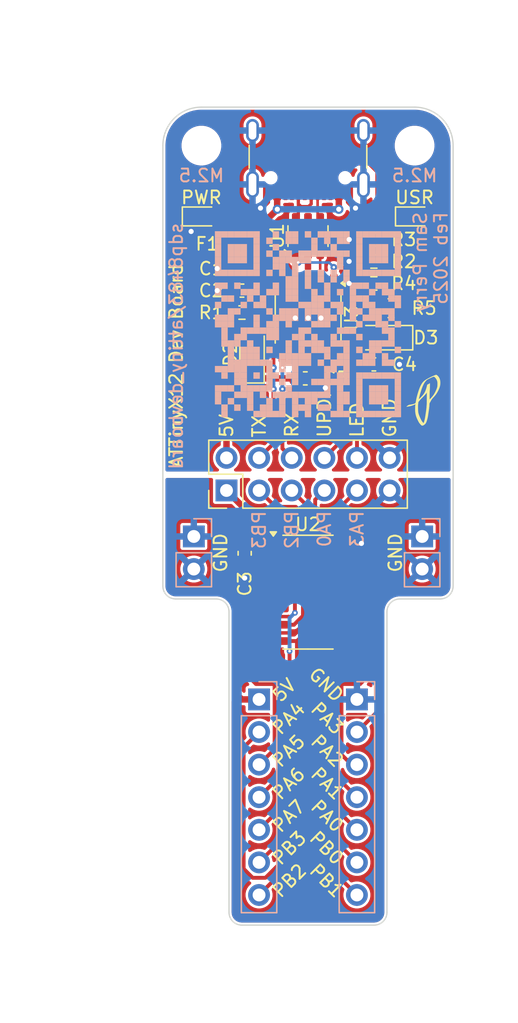
<source format=kicad_pcb>
(kicad_pcb (version 20241229) (generator "pcbnew") (generator_version "9.0")
  (title_block (title "ATtinyX14 Development Board") (date "2025-04-18") (company "Perry Leumas"))
  (layers (0 "F.Cu" signal) (2 "B.Cu" signal) (13 "F.Paste" user) (15 "B.Paste" user) (5 "F.SilkS" user "F.Silkscreen") (7 "B.SilkS" user "B.Silkscreen") (1 "F.Mask" user) (3 "B.Mask" user) (25 "Edge.Cuts" user))
  (net 0 "")
  (net 1 "VBUS")
  (net 2 "GND")
  (net 3 "+5V")
  (net 4 "Net-(U3-V3)")
  (net 5 "GND1")
  (net 6 "Net-(D3-A)")
  (net 7 "Net-(D3-K)")
  (net 8 "Net-(J1-CC1)")
  (net 10 "Net-(J1-CC2)")
  (net 12 "/PA1")
  (net 13 "/PA6")
  (net 14 "/PA7")
  (net 15 "/UPDI")
  (net 16 "/PA2")
  (net 17 "/PA3")
  (net 18 "/D-")
  (net 19 "/D+")
  (net 20 "/TX")
  (net 21 "/RX")
  (net 22 "+5VA")
  (net 23 "Net-(D1-A)")
  (net 24 "Net-(D4-K)")
  (net 25 "Net-(F1-Pad1)")
  (net 26 "/LED")
  (net 27 "/UD+")
  (net 28 "/UD-")
  (net 29 "/PA0")
  (net 30 "/PA4")
  (net 31 "/PB3")
  (net 32 "/PA5")
  (net 33 "/PB2")
  (net 34 "/PB0")
  (net 35 "/PB1")
  (footprint "LED_SMD:LED_0603_1608Metric" (layer "F.Cu") (at 71.7 35.62)
    (property "Reference" "D1" (hide yes))
    (property "Value" "LED")
    (pad "1" smd roundrect (at -0.7875 0) (size 0.875 0.95) (layers "F.Cu" "F.Mask" "F.Paste") (net 2 "GND"))
    (pad "2" smd roundrect (at 0.7875 0) (size 0.875 0.95) (layers "F.Cu" "F.Mask" "F.Paste") (net 23 "Net-(D1-A)"))
  )
  (footprint "Capacitor_SMD:C_0603_1608Metric" (layer "F.Cu") (at 74.86 41.4 180)
    (property "Reference" "C2" (at 2.38 0 0) (layer "F.SilkS"))
    (property "Value" "100nF")
    (pad "1" smd roundrect (at -0.775 0 180) (size 0.9 0.95) (layers "F.Cu" "F.Mask" "F.Paste") (net 1 "VBUS"))
    (pad "2" smd roundrect (at 0.775 0 180) (size 0.9 0.95) (layers "F.Cu" "F.Mask" "F.Paste") (net 2 "GND"))
  )
  (footprint "Resistor_SMD:R_0603_1608Metric" (layer "F.Cu") (at 85.13 40.84 180)
    (property "Reference" "R4" (at -2.33 0 0) (layer "F.SilkS"))
    (property "Value" "1k")
    (pad "1" smd roundrect (at -0.825 0 180) (size 0.8 0.95) (layers "F.Cu" "F.Mask" "F.Paste") (net 24 "Net-(D4-K)"))
    (pad "2" smd roundrect (at 0.825 0 180) (size 0.8 0.95) (layers "F.Cu" "F.Mask" "F.Paste") (net 2 "GND"))
  )
  (footprint "Package_SO:SOIC-14_3.9x8.7mm_P1.27mm" (layer "F.Cu") (at 80 64.9)
    (property "Reference" "U2" (at 0 -5.28 0) (layer "F.SilkS"))
    (property "Value" "ATtiny214-SS")
    (pad "1" smd roundrect (at -2.475 -3.81) (size 1.95 0.6) (layers "F.Cu" "F.Mask" "F.Paste") (net 22 "+5VA"))
    (pad "2" smd roundrect (at -2.475 -2.54) (size 1.95 0.6) (layers "F.Cu" "F.Mask" "F.Paste") (net 30 "/PA4"))
    (pad "3" smd roundrect (at -2.475 -1.27) (size 1.95 0.6) (layers "F.Cu" "F.Mask" "F.Paste") (net 32 "/PA5"))
    (pad "4" smd roundrect (at -2.475 0) (size 1.95 0.6) (layers "F.Cu" "F.Mask" "F.Paste") (net 13 "/PA6"))
    (pad "5" smd roundrect (at -2.475 1.27) (size 1.95 0.6) (layers "F.Cu" "F.Mask" "F.Paste") (net 14 "/PA7"))
    (pad "6" smd roundrect (at -2.475 2.54) (size 1.95 0.6) (layers "F.Cu" "F.Mask" "F.Paste") (net 31 "/PB3"))
    (pad "7" smd roundrect (at -2.475 3.81) (size 1.95 0.6) (layers "F.Cu" "F.Mask" "F.Paste") (net 33 "/PB2"))
    (pad "8" smd roundrect (at 2.475 3.81) (size 1.95 0.6) (layers "F.Cu" "F.Mask" "F.Paste") (net 35 "/PB1"))
    (pad "9" smd roundrect (at 2.475 2.54) (size 1.95 0.6) (layers "F.Cu" "F.Mask" "F.Paste") (net 34 "/PB0"))
    (pad "10" smd roundrect (at 2.475 1.27) (size 1.95 0.6) (layers "F.Cu" "F.Mask" "F.Paste") (net 29 "/PA0"))
    (pad "11" smd roundrect (at 2.475 0) (size 1.95 0.6) (layers "F.Cu" "F.Mask" "F.Paste") (net 12 "/PA1"))
    (pad "12" smd roundrect (at 2.475 -1.27) (size 1.95 0.6) (layers "F.Cu" "F.Mask" "F.Paste") (net 16 "/PA2"))
    (pad "13" smd roundrect (at 2.475 -2.54) (size 1.95 0.6) (layers "F.Cu" "F.Mask" "F.Paste") (net 17 "/PA3"))
    (pad "14" smd roundrect (at 2.475 -3.81) (size 1.95 0.6) (layers "F.Cu" "F.Mask" "F.Paste") (net 5 "GND1"))
  )
  (footprint "Resistor_SMD:R_0603_1608Metric" (layer "F.Cu") (at 85.13 39.13 180)
    (property "Reference" "R2" (at -2.33 0 180) (layer "F.SilkS"))
    (property "Value" "5k1")
    (pad "1" smd roundrect (at -0.825 0 180) (size 0.8 0.95) (layers "F.Cu" "F.Mask" "F.Paste") (net 8 "Net-(J1-CC1)"))
    (pad "2" smd roundrect (at 0.825 0 180) (size 0.8 0.95) (layers "F.Cu" "F.Mask" "F.Paste") (net 2 "GND"))
  )
  (footprint "Package_TO_SOT_SMD:SOT-23-6" (layer "F.Cu") (at 80 37.15 90)
    (property "Reference" "U1" (at 0 -2.4 90) (layer "F.SilkS"))
    (property "Value" "USBLC6-2SC6")
    (pad "1" smd roundrect (at -1.1375 -0.95 90) (size 1.325 0.6) (layers "F.Cu" "F.Mask" "F.Paste") (net 27 "/UD+"))
    (pad "2" smd roundrect (at -1.1375 0 90) (size 1.325 0.6) (layers "F.Cu" "F.Mask" "F.Paste") (net 2 "GND"))
    (pad "3" smd roundrect (at -1.1375 0.95 90) (size 1.325 0.6) (layers "F.Cu" "F.Mask" "F.Paste") (net 28 "/UD-"))
    (pad "4" smd roundrect (at 1.1375 0.95 90) (size 1.325 0.6) (layers "F.Cu" "F.Mask" "F.Paste") (net 18 "/D-"))
    (pad "5" smd roundrect (at 1.1375 0 90) (size 1.325 0.6) (layers "F.Cu" "F.Mask" "F.Paste") (net 1 "VBUS"))
    (pad "6" smd roundrect (at 1.1375 -0.95 90) (size 1.325 0.6) (layers "F.Cu" "F.Mask" "F.Paste") (net 19 "/D+"))
  )
  (footprint "Diode_SMD:Nexperia_CFP3_SOD-123W" (layer "F.Cu") (at 85.8975 45.07 180)
    (property "Reference" "D3" (at -3.2831 0 180) (layer "F.SilkS"))
    (property "Value" "PMEG6020ER")
    (pad "1" smd rect (at -1.4 0 180) (size 1.2 1.2) (layers "F.Cu" "F.Mask" "F.Paste") (net 7 "Net-(D3-K)"))
    (pad "2" smd rect (at 1.4 0 180) (size 1.2 1.2) (layers "F.Cu" "F.Mask" "F.Paste") (net 6 "Net-(D3-A)"))
  )
  (footprint "Resistor_SMD:R_0603_1608Metric" (layer "F.Cu") (at 85.13 37.42 180)
    (property "Reference" "R3" (at -2.33 0 180) (layer "F.SilkS"))
    (property "Value" "5k1")
    (pad "1" smd roundrect (at -0.825 0 180) (size 0.8 0.95) (layers "F.Cu" "F.Mask" "F.Paste") (net 10 "Net-(J1-CC2)"))
    (pad "2" smd roundrect (at 0.825 0 180) (size 0.8 0.95) (layers "F.Cu" "F.Mask" "F.Paste") (net 2 "GND"))
  )
  (footprint "MountingHole:MountingHole_2.7mm_M2.5" (layer "F.Cu") (at 88.3 30.1)
    (property "Reference" "H2" (hide yes))
    (property "Value" "MountingHole")
    (pad "" np_thru_hole circle (at 0 0) (size 2.7 2.7) (drill 2.7) (layers "*.Cu" "*.Mask"))
  )
  (footprint "Resistor_SMD:R_0805_2012Metric" (layer "F.Cu") (at 86.47 42.77)
    (property "Reference" "R5" (at 2.57 0 0) (layer "F.SilkS"))
    (property "Value" "470")
    (pad "1" smd roundrect (at -0.9125 0) (size 1.025 1.4) (layers "F.Cu" "F.Mask" "F.Paste") (roundrect_rratio 0.243902) (net 6 "Net-(D3-A)"))
    (pad "2" smd roundrect (at 0.9125 0) (size 1.025 1.4) (layers "F.Cu" "F.Mask" "F.Paste") (roundrect_rratio 0.243902) (net 15 "/UPDI"))
  )
  (footprint "Connector_PinHeader_2.54mm:PinHeader_2x06_P2.54mm_Vertical" (layer "F.Cu") (at 73.655 56.975 90)
    (property "Reference" "J4" (hide yes))
    (property "Value" "Conn_02x06")
    (pad "1" thru_hole rect (at 0 0 90) (size 1.7 1.7) (drill 1) (layers "*.Cu" "*.Mask") (net 22 "+5VA"))
    (pad "2" thru_hole circle (at 2.54 0 90) (size 1.7 1.7) (drill 1) (layers "*.Cu" "*.Mask") (net 3 "+5V"))
    (pad "3" thru_hole circle (at 0 2.54 90) (size 1.7 1.7) (drill 1) (layers "*.Cu" "*.Mask") (net 31 "/PB3"))
    (pad "4" thru_hole circle (at 2.54 2.54 90) (size 1.7 1.7) (drill 1) (layers "*.Cu" "*.Mask") (net 20 "/TX"))
    (pad "5" thru_hole circle (at 0 5.08 90) (size 1.7 1.7) (drill 1) (layers "*.Cu" "*.Mask") (net 33 "/PB2"))
    (pad "6" thru_hole circle (at 2.54 5.08 90) (size 1.7 1.7) (drill 1) (layers "*.Cu" "*.Mask") (net 21 "/RX"))
    (pad "7" thru_hole circle (at 0 7.62 90) (size 1.7 1.7) (drill 1) (layers "*.Cu" "*.Mask") (net 29 "/PA0"))
    (pad "8" thru_hole circle (at 2.54 7.62 90) (size 1.7 1.7) (drill 1) (layers "*.Cu" "*.Mask") (net 15 "/UPDI"))
    (pad "9" thru_hole circle (at 0 10.16 90) (size 1.7 1.7) (drill 1) (layers "*.Cu" "*.Mask") (net 17 "/PA3"))
    (pad "10" thru_hole circle (at 2.54 10.16 90) (size 1.7 1.7) (drill 1) (layers "*.Cu" "*.Mask") (net 26 "/LED"))
    (pad "11" thru_hole circle (at 0 12.7 90) (size 1.7 1.7) (drill 1) (layers "*.Cu" "*.Mask") (net 5 "GND1"))
    (pad "12" thru_hole circle (at 2.54 12.7 90) (size 1.7 1.7) (drill 1) (layers "*.Cu" "*.Mask") (net 2 "GND"))
  )
  (footprint "Capacitor_SMD:C_0603_1608Metric" (layer "F.Cu") (at 79.79 48.24 180)
    (property "Reference" "C5" (at -2.38 0 0) (layer "F.SilkS"))
    (property "Value" "1u")
    (pad "1" smd roundrect (at -0.775 0 180) (size 0.9 0.95) (layers "F.Cu" "F.Mask" "F.Paste") (net 2 "GND"))
    (pad "2" smd roundrect (at 0.775 0 180) (size 0.9 0.95) (layers "F.Cu" "F.Mask" "F.Paste") (net 3 "+5V"))
  )
  (footprint "pl_USB:USB_C_Receptacle_G-Switch_GT-USB-7010ASV" (layer "F.Cu") (at 80 30 180)
    (property "Reference" "J1" (hide yes))
    (property "Value" "USB_C_Receptacle_USB2.0_16P")
    (pad "" np_thru_hole circle (at -2.89 -2.605 180) (size 0.65 0.65) (drill 0.65) (layers "*.Cu" "*.Mask"))
    (pad "" np_thru_hole circle (at 2.89 -2.605 180) (size 0.65 0.65) (drill 0.65) (layers "*.Cu" "*.Mask"))
    (pad "A1" smd rect (at -3.2 -3.74 180) (size 0.6 1.21) (layers "F.Cu" "F.Mask" "F.Paste") (net 2 "GND"))
    (pad "A4" smd rect (at -2.4 -3.725 180) (size 0.6 1.24) (layers "F.Cu" "F.Mask" "F.Paste") (net 25 "Net-(F1-Pad1)"))
    (pad "A5" smd rect (at -1.25 -3.725 180) (size 0.3 1.24) (layers "F.Cu" "F.Mask" "F.Paste") (net 8 "Net-(J1-CC1)"))
    (pad "A6" smd rect (at -0.25 -3.725 180) (size 0.3 1.24) (layers "F.Cu" "F.Mask" "F.Paste") (net 19 "/D+"))
    (pad "A7" smd rect (at 0.25 -3.725 180) (size 0.3 1.24) (layers "F.Cu" "F.Mask" "F.Paste") (net 18 "/D-"))
    (pad "A8" smd rect (at 1.25 -3.725 180) (size 0.3 1.24) (layers "F.Cu" "F.Mask" "F.Paste"))
    (pad "A9" smd rect (at 2.4 -3.725 180) (size 0.6 1.24) (layers "F.Cu" "F.Mask" "F.Paste") (net 25 "Net-(F1-Pad1)"))
    (pad "A12" smd rect (at 3.2 -3.74 180) (size 0.6 1.21) (layers "F.Cu" "F.Mask" "F.Paste") (net 2 "GND"))
    (pad "B1" smd rect (at 3.2 -3.74 180) (size 0.6 1.21) (layers "F.Cu" "F.Mask" "F.Paste") (net 2 "GND"))
    (pad "B4" smd rect (at 2.4 -3.725 180) (size 0.6 1.24) (layers "F.Cu" "F.Mask" "F.Paste") (net 25 "Net-(F1-Pad1)"))
    (pad "B5" smd rect (at 1.75 -3.725 180) (size 0.3 1.24) (layers "F.Cu" "F.Mask" "F.Paste") (net 10 "Net-(J1-CC2)"))
    (pad "B6" smd rect (at 0.75 -3.725 180) (size 0.3 1.24) (layers "F.Cu" "F.Mask" "F.Paste") (net 19 "/D+"))
    (pad "B7" smd rect (at -0.75 -3.725 180) (size 0.3 1.24) (layers "F.Cu" "F.Mask" "F.Paste") (net 18 "/D-"))
    (pad "B8" smd rect (at -1.75 -3.725 180) (size 0.3 1.24) (layers "F.Cu" "F.Mask" "F.Paste"))
    (pad "B9" smd rect (at -2.4 -3.725 180) (size 0.6 1.24) (layers "F.Cu" "F.Mask" "F.Paste") (net 25 "Net-(F1-Pad1)"))
    (pad "B12" smd rect (at -3.2 -3.74 180) (size 0.6 1.21) (layers "F.Cu" "F.Mask" "F.Paste") (net 2 "GND"))
    (pad "S1" thru_hole oval (at -4.32 -3.125 180) (size 1 2.1) (drill oval 0.6 1.7) (layers "*.Cu" "*.Mask") (net 2 "GND"))
    (pad "S1" thru_hole oval (at -4.32 1.075 180) (size 1 1.8) (drill oval 0.6 1.4) (layers "*.Cu" "*.Mask") (net 2 "GND"))
    (pad "S1" thru_hole oval (at 4.32 -3.125 180) (size 1 2.1) (drill oval 0.6 1.7) (layers "*.Cu" "*.Mask") (net 2 "GND"))
    (pad "S1" thru_hole oval (at 4.32 1.075 180) (size 1 1.8) (drill oval 0.6 1.4) (layers "*.Cu" "*.Mask") (net 2 "GND"))
  )
  (footprint "LED_SMD:LED_0603_1608Metric" (layer "F.Cu") (at 88.3 35.62)
    (property "Reference" "D4" (hide yes))
    (property "Value" "LED")
    (pad "1" smd roundrect (at -0.7875 0) (size 0.875 0.95) (layers "F.Cu" "F.Mask" "F.Paste") (net 24 "Net-(D4-K)"))
    (pad "2" smd roundrect (at 0.7875 0) (size 0.875 0.95) (layers "F.Cu" "F.Mask" "F.Paste") (net 26 "/LED"))
  )
  (footprint "Capacitor_SMD:C_0603_1608Metric" (layer "F.Cu") (at 74.86 39.69 180)
    (property "Reference" "C1" (at 2.38 0 0) (layer "F.SilkS"))
    (property "Value" "1u")
    (pad "1" smd roundrect (at -0.775 0 180) (size 0.9 0.95) (layers "F.Cu" "F.Mask" "F.Paste") (net 1 "VBUS"))
    (pad "2" smd roundrect (at 0.775 0 180) (size 0.9 0.95) (layers "F.Cu" "F.Mask" "F.Paste") (net 2 "GND"))
  )
  (footprint "Diode_SMD:Nexperia_CFP3_SOD-123W" (layer "F.Cu") (at 75.64 46.34 90)
    (property "Reference" "D2" (at 0 -1.69 90) (layer "F.SilkS"))
    (property "Value" "PMEG6020ER")
    (pad "1" smd rect (at -1.4 0 90) (size 1.2 1.2) (layers "F.Cu" "F.Mask" "F.Paste") (net 3 "+5V"))
    (pad "2" smd rect (at 1.4 0 90) (size 1.2 1.2) (layers "F.Cu" "F.Mask" "F.Paste") (net 1 "VBUS"))
  )
  (footprint "MountingHole:MountingHole_2.7mm_M2.5" (layer "F.Cu") (at 71.7 30.1)
    (property "Reference" "H1" (hide yes))
    (property "Value" "MountingHole")
    (pad "" np_thru_hole circle (at 0 0) (size 2.7 2.7) (drill 2.7) (layers "*.Cu" "*.Mask"))
  )
  (footprint "Package_SO:SSOP-10-1EP_3.9x4.9mm_P1mm_EP2.1x3.3mm" (layer "F.Cu") (at 80.01 43.5375 -90)
    (property "Reference" "U3" (at 0 -3.4 90) (layer "F.SilkS"))
    (property "Value" "CH342K")
    (pad "1" smd roundrect (at -2.6375 -2 270) (size 1.675 0.6) (layers "F.Cu" "F.Mask" "F.Paste") (net 27 "/UD+"))
    (pad "2" smd roundrect (at -2.6375 -1 270) (size 1.675 0.6) (layers "F.Cu" "F.Mask" "F.Paste") (net 28 "/UD-"))
    (pad "3" smd roundrect (at -2.6375 0 270) (size 1.675 0.6) (layers "F.Cu" "F.Mask" "F.Paste") (net 2 "GND"))
    (pad "4" smd roundrect (at -2.6375 1 270) (size 1.675 0.6) (layers "F.Cu" "F.Mask" "F.Paste") (net 1 "VBUS"))
    (pad "5" smd roundrect (at -2.6375 2 270) (size 1.675 0.6) (layers "F.Cu" "F.Mask" "F.Paste") (net 20 "/TX"))
    (pad "6" smd roundrect (at 2.6375 2 270) (size 1.675 0.6) (layers "F.Cu" "F.Mask" "F.Paste") (net 21 "/RX"))
    (pad "7" smd roundrect (at 2.6375 1 270) (size 1.675 0.6) (layers "F.Cu" "F.Mask" "F.Paste") (net 3 "+5V"))
    (pad "8" smd roundrect (at 2.6375 0 270) (size 1.675 0.6) (layers "F.Cu" "F.Mask" "F.Paste") (net 7 "Net-(D3-K)"))
    (pad "9" smd roundrect (at 2.6375 -1 270) (size 1.675 0.6) (layers "F.Cu" "F.Mask" "F.Paste") (net 6 "Net-(D3-A)"))
    (pad "10" smd roundrect (at 2.6375 -2 270) (size 1.675 0.6) (layers "F.Cu" "F.Mask" "F.Paste") (net 4 "Net-(U3-V3)"))
    (pad "11" smd rect (at 0 0 270) (size 2.1 3.3) (property pad_prop_heatsink) (layers "F.Cu" "F.Mask") (net 2 "GND"))
  )
  (footprint "Fuse:Fuse_0805_2012Metric" (layer "F.Cu") (at 74.66 37.76)
    (property "Reference" "F1" (at -2.51 0 0) (layer "F.SilkS"))
    (property "Value" "Polyfuse")
    (pad "1" smd roundrect (at -0.9375 0) (size 0.975 1.4) (layers "F.Cu" "F.Mask" "F.Paste") (net 25 "Net-(F1-Pad1)"))
    (pad "2" smd roundrect (at 0.9375 0) (size 0.975 1.4) (layers "F.Cu" "F.Mask" "F.Paste") (net 1 "VBUS"))
  )
  (footprint "pl_logo:logo_height_4mm" (layer "F.Cu") (at 88.98 49.95)
    (property "Reference" "G***" (hide yes))
    (property "Value" "LOGO" (hide yes))
  )
  (footprint "Resistor_SMD:R_0603_1608Metric" (layer "F.Cu") (at 74.86 43.11 180)
    (property "Reference" "R1" (at 2.39 0 0) (layer "F.SilkS"))
    (property "Value" "1k")
    (pad "1" smd roundrect (at -0.825 0 180) (size 0.8 0.95) (layers "F.Cu" "F.Mask" "F.Paste") (net 1 "VBUS"))
    (pad "2" smd roundrect (at 0.825 0 180) (size 0.8 0.95) (layers "F.Cu" "F.Mask" "F.Paste") (net 23 "Net-(D1-A)"))
  )
  (footprint "Capacitor_SMD:C_0603_1608Metric" (layer "F.Cu") (at 85.13 47.15)
    (property "Reference" "C4" (at 2.37 0 0) (layer "F.SilkS"))
    (property "Value" "100nF")
    (pad "1" smd roundrect (at -0.775 0) (size 0.9 0.95) (layers "F.Cu" "F.Mask" "F.Paste") (net 4 "Net-(U3-V3)"))
    (pad "2" smd roundrect (at 0.775 0) (size 0.9 0.95) (layers "F.Cu" "F.Mask" "F.Paste") (net 2 "GND"))
  )
  (footprint "Capacitor_SMD:C_0603_1608Metric" (layer "F.Cu") (at 75.07 61.87 -90)
    (property "Reference" "C3" (at 2.38 -0.005 90) (layer "F.SilkS"))
    (property "Value" "1u")
    (pad "1" smd roundrect (at -0.775 0 270) (size 0.9 0.95) (layers "F.Cu" "F.Mask" "F.Paste") (net 22 "+5VA"))
    (pad "2" smd roundrect (at 0.775 0 270) (size 0.9 0.95) (layers "F.Cu" "F.Mask" "F.Paste") (net 5 "GND1"))
  )
  (footprint "Connector_PinHeader_2.54mm:PinHeader_1x07_P2.54mm_Vertical" (layer "B.Cu") (at 83.81 73.26 180)
    (property "Reference" "J3" (hide yes))
    (property "Value" "Conn_01x07")
    (pad "1" thru_hole rect (at 0 0 180) (size 1.7 1.7) (drill 1) (layers "*.Cu" "*.Mask") (net 5 "GND1"))
    (pad "2" thru_hole circle (at 0 -2.54 180) (size 1.7 1.7) (drill 1) (layers "*.Cu" "*.Mask") (net 17 "/PA3"))
    (pad "3" thru_hole circle (at 0 -5.08 180) (size 1.7 1.7) (drill 1) (layers "*.Cu" "*.Mask") (net 16 "/PA2"))
    (pad "4" thru_hole circle (at 0 -7.62 180) (size 1.7 1.7) (drill 1) (layers "*.Cu" "*.Mask") (net 12 "/PA1"))
    (pad "5" thru_hole circle (at 0 -10.16 180) (size 1.7 1.7) (drill 1) (layers "*.Cu" "*.Mask") (net 29 "/PA0"))
    (pad "6" thru_hole circle (at 0 -12.7 180) (size 1.7 1.7) (drill 1) (layers "*.Cu" "*.Mask") (net 34 "/PB0"))
    (pad "7" thru_hole circle (at 0 -15.24 180) (size 1.7 1.7) (drill 1) (layers "*.Cu" "*.Mask") (net 35 "/PB1"))
  )
  (footprint "pl_PCB_artwork:Github QR Code" (layer "B.Cu") (at 80 44.02 180)
    (property "Reference" "QR*****" (hide yes))
    (property "Value" "https://github.com/sdp8483/attiny_devboard" (hide yes))
  )
  (footprint "Connector_PinHeader_2.54mm:PinHeader_1x02_P2.54mm_Vertical" (layer "B.Cu") (at 88.89 60.56 180)
    (property "Reference" "J6" (hide yes))
    (property "Value" "Conn_01x02")
    (pad "1" thru_hole rect (at 0 0 180) (size 1.7 1.7) (drill 1) (layers "*.Cu" "*.Mask") (net 5 "GND1"))
    (pad "2" thru_hole circle (at 0 -2.54 180) (size 1.7 1.7) (drill 1) (layers "*.Cu" "*.Mask") (net 5 "GND1"))
  )
  (footprint "Connector_PinHeader_2.54mm:PinHeader_1x07_P2.54mm_Vertical" (layer "B.Cu") (at 76.19 73.26 180)
    (property "Reference" "J2" (hide yes))
    (property "Value" "Conn_01x07")
    (pad "1" thru_hole rect (at 0 0 180) (size 1.7 1.7) (drill 1) (layers "*.Cu" "*.Mask") (net 22 "+5VA"))
    (pad "2" thru_hole circle (at 0 -2.54 180) (size 1.7 1.7) (drill 1) (layers "*.Cu" "*.Mask") (net 30 "/PA4"))
    (pad "3" thru_hole circle (at 0 -5.08 180) (size 1.7 1.7) (drill 1) (layers "*.Cu" "*.Mask") (net 32 "/PA5"))
    (pad "4" thru_hole circle (at 0 -7.62 180) (size 1.7 1.7) (drill 1) (layers "*.Cu" "*.Mask") (net 13 "/PA6"))
    (pad "5" thru_hole circle (at 0 -10.16 180) (size 1.7 1.7) (drill 1) (layers "*.Cu" "*.Mask") (net 14 "/PA7"))
    (pad "6" thru_hole circle (at 0 -12.7 180) (size 1.7 1.7) (drill 1) (layers "*.Cu" "*.Mask") (net 31 "/PB3"))
    (pad "7" thru_hole circle (at 0 -15.24 180) (size 1.7 1.7) (drill 1) (layers "*.Cu" "*.Mask") (net 33 "/PB2"))
  )
  (footprint "Connector_PinHeader_2.54mm:PinHeader_1x02_P2.54mm_Vertical" (layer "B.Cu") (at 71.11 60.56 180)
    (property "Reference" "J5" (hide yes))
    (property "Value" "Conn_01x02")
    (pad "1" thru_hole rect (at 0 0 180) (size 1.7 1.7) (drill 1) (layers "*.Cu" "*.Mask") (net 5 "GND1"))
    (pad "2" thru_hole circle (at 0 -2.54 180) (size 1.7 1.7) (drill 1) (layers "*.Cu" "*.Mask") (net 5 "GND1"))
  )
  (gr_line (start 85.15 90.85) (end 74.85 90.85) (stroke (width 0.1)) (layer "Edge.Cuts"))
  (gr_arc (start 88.3 27.1) (mid 90.42132 27.97868) (end 91.3 30.1) (stroke (width 0.1)) (layer "Edge.Cuts"))
  (gr_arc (start 69.699999 65.429999) (mid 68.992894 65.137106) (end 68.700001 64.43) (stroke (width 0.1)) (layer "Edge.Cuts"))
  (gr_line (start 86.15 89.85) (end 86.150001 66.43) (stroke (width 0.1)) (layer "Edge.Cuts"))
  (gr_arc (start 86.15 89.85) (mid 85.857107 90.557107) (end 85.15 90.85) (stroke (width 0.1)) (layer "Edge.Cuts"))
  (gr_arc (start 72.850001 65.430001) (mid 73.557106 65.722894) (end 73.849999 66.43) (stroke (width 0.1)) (layer "Edge.Cuts"))
  (gr_line (start 73.849999 66.43) (end 73.85 89.85) (stroke (width 0.1)) (layer "Edge.Cuts"))
  (gr_line (start 91.3 30.1) (end 91.299999 64.43) (stroke (width 0.1)) (layer "Edge.Cuts"))
  (gr_line (start 69.699999 65.429999) (end 72.850001 65.430001) (stroke (width 0.1)) (layer "Edge.Cuts"))
  (gr_line (start 90.300001 65.429999) (end 87.149999 65.430001) (stroke (width 0.1)) (layer "Edge.Cuts"))
  (gr_arc (start 86.150001 66.43) (mid 86.442894 65.722894) (end 87.149999 65.430001) (stroke (width 0.1)) (layer "Edge.Cuts"))
  (gr_arc (start 91.299999 64.43) (mid 91.007106 65.137106) (end 90.300001 65.429999) (stroke (width 0.1)) (layer "Edge.Cuts"))
  (gr_arc (start 74.85 90.85) (mid 74.142893 90.557107) (end 73.85 89.85) (stroke (width 0.1)) (layer "Edge.Cuts"))
  (gr_line (start 71.7 27.099999) (end 88.3 27.1) (stroke (width 0.1)) (layer "Edge.Cuts"))
  (gr_line (start 68.700001 64.43) (end 68.7 30.1) (stroke (width 0.1)) (layer "Edge.Cuts"))
  (gr_arc (start 68.7 30.1) (mid 69.578679 27.978679) (end 71.7 27.099999) (stroke (width 0.1)) (layer "Edge.Cuts"))
  (gr_text "GND" (at 72.61 61.83 90) (layer "F.SilkS") (effects (font (size 1 1) (thickness 0.153)) (justify top)))
  (gr_text "PA2" (at 82.56 78.34 315) (layer "F.SilkS") (effects (font (size 1 1) (thickness 0.153)) (justify right)))
  (gr_text "PB0" (at 82.56 85.96 315) (layer "F.SilkS") (effects (font (size 1 1) (thickness 0.153)) (justify right)))
  (gr_text "PA1" (at 82.56 80.88 315) (layer "F.SilkS") (effects (font (size 1 1) (thickness 0.153)) (justify right)))
  (gr_text "PB3" (at 77.44 85.96 45) (layer "F.SilkS") (effects (font (size 1 1) (thickness 0.153)) (justify left)))
  (gr_text "5V" (at 77.44 73.26 45) (layer "F.SilkS") (effects (font (size 1 1) (thickness 0.153)) (justify left)))
  (gr_text "PB1" (at 82.56 88.5 315) (layer "F.SilkS") (effects (font (size 1 1) (thickness 0.153)) (justify right)))
  (gr_text "ATTinyX12 Dev Board" (at 69.15 55.29 90) (layer "F.SilkS") (effects (font (size 1 1) (thickness 0.153)) (justify left top)))
  (gr_text "PA0" (at 82.56 83.42 315) (layer "F.SilkS") (effects (font (size 1 1) (thickness 0.153)) (justify right)))
  (gr_text "PA7" (at 77.44 83.42 45) (layer "F.SilkS") (effects (font (size 1 1) (thickness 0.153)) (justify left)))
  (gr_text "5V" (at 73.655 52.935 90) (layer "F.SilkS") (effects (font (size 1 1) (thickness 0.153)) (justify left)))
  (gr_text "PWR" (at 71.7 34.7288 0) (layer "F.SilkS") (effects (font (size 1 1) (thickness 0.153)) (justify bottom)))
  (gr_text "PA5" (at 77.44 78.34 45) (layer "F.SilkS") (effects (font (size 1 1) (thickness 0.153)) (justify left)))
  (gr_text "GND" (at 86.355 52.935 90) (layer "F.SilkS") (effects (font (size 1 1) (thickness 0.153)) (justify left)))
  (gr_text "RX" (at 78.735 52.935 90) (layer "F.SilkS") (effects (font (size 1 1) (thickness 0.153)) (justify left)))
  (gr_text "PA4" (at 77.44 75.8 45) (layer "F.SilkS") (effects (font (size 1 1) (thickness 0.153)) (justify left)))
  (gr_text "PA3" (at 82.56 75.8 315) (layer "F.SilkS") (effects (font (size 1 1) (thickness 0.153)) (justify right)))
  (gr_text "GND" (at 82.56 73.26 315) (layer "F.SilkS") (effects (font (size 1 1) (thickness 0.153)) (justify right)))
  (gr_text "GND" (at 87.39 61.83 90) (layer "F.SilkS") (effects (font (size 1 1) (thickness 0.153)) (justify bottom)))
  (gr_text "PB2" (at 77.44 88.5 45) (layer "F.SilkS") (effects (font (size 1 1) (thickness 0.153)) (justify left)))
  (gr_text "PA6" (at 77.44 80.88 45) (layer "F.SilkS") (effects (font (size 1 1) (thickness 0.153)) (justify left)))
  (gr_text "LED" (at 83.815 52.935 90) (layer "F.SilkS") (effects (font (size 1 1) (thickness 0.153)) (justify left)))
  (gr_text "USR" (at 88.3 34.7288 0) (layer "F.SilkS") (effects (font (size 1 1) (thickness 0.153)) (justify bottom)))
  (gr_text "UPDI" (at 81.275 52.935 90) (layer "F.SilkS") (effects (font (size 1 1) (thickness 0.153)) (justify left)))
  (gr_text "TX" (at 76.195 52.935 90) (layer "F.SilkS") (effects (font (size 1 1) (thickness 0.153)) (justify left)))
  (gr_text "PB2" (at 78.735 58.475 90) (layer "B.SilkS") (effects (font (size 1 1) (thickness 0.153)) (justify left mirror)))
  (gr_text "PA3" (at 83.815 58.475 90) (layer "B.SilkS") (effects (font (size 1 1) (thickness 0.153)) (justify left mirror)))
  (gr_text "Sam Perry\nFeb 2025" (at 90.94 35.19 90) (layer "B.SilkS") (effects (font (size 1 1) (thickness 0.153)) (justify left bottom mirror)))
  (gr_text "sdp8483/attiny_devboard" (at 69.15 55.43 90) (layer "B.SilkS") (effects (font (size 1 1) (thickness 0.153)) (justify right top mirror)))
  (gr_text "M2.5" (at 88.3 31.85 0) (layer "B.SilkS") (effects (font (size 1 1) (thickness 0.153)) (justify top mirror)))
  (gr_text "M2.5" (at 71.7 31.85 0) (layer "B.SilkS") (effects (font (size 1 1) (thickness 0.153)) (justify top mirror)))
  (gr_text "PA0" (at 81.275 58.475 90) (layer "B.SilkS") (effects (font (size 1 1) (thickness 0.153)) (justify left mirror)))
  (gr_text "PB3" (at 76.195 58.475 90) (layer "B.SilkS") (effects (font (size 1 1) (thickness 0.153)) (justify left mirror)))
  (segment (start 75.635 39.69) (end 75.635 37.7975) (width 0.5) (layer "F.Cu") (net 1))
  (segment (start 76.2075 37.15) (end 79.6 37.15) (width 0.5) (layer "F.Cu") (net 1))
  (segment (start 78.39 39.47) (end 75.855 39.47) (width 0.5) (layer "F.Cu") (net 1))
  (segment (start 80 36.75) (end 80 36.0125) (width 0.5) (layer "F.Cu") (net 1))
  (segment (start 75.855 39.47) (end 75.635 39.69) (width 0.5) (layer "F.Cu") (net 1))
  (segment (start 75.635 39.69) (end 75.635 41.4) (width 0.5) (layer "F.Cu") (net 1))
  (segment (start 75.685 43.11) (end 75.685 44.895) (width 0.5) (layer "F.Cu") (net 1))
  (segment (start 79.6 37.15) (end 80 36.75) (width 0.5) (layer "F.Cu") (net 1))
  (segment (start 75.635 41.4) (end 75.635 43.06) (width 0.5) (layer "F.Cu") (net 1))
  (segment (start 79.01 40.09) (end 78.39 39.47) (width 0.5) (layer "F.Cu") (net 1))
  (segment (start 75.5975 37.76) (end 76.2075 37.15) (width 0.5) (layer "F.Cu") (net 1))
  (segment (start 79.01 40.9) (end 79.01 40.09) (width 0.5) (layer "F.Cu") (net 1))
  (segment (start 84.305 39.13) (end 83.21 39.13) (width 0.5) (layer "F.Cu") (net 2))
  (segment (start 74.085 39.69) (end 72.94 39.69) (width 0.5) (layer "F.Cu") (net 2))
  (segment (start 83.2 33.725) (end 83.2 34.47) (width 0.5) (layer "F.Cu") (net 2))
  (segment (start 84.305 40.84) (end 83.2 40.84) (width 0.5) (layer "F.Cu") (net 2))
  (segment (start 84.305 37.42) (end 83.21 37.42) (width 0.5) (layer "F.Cu") (net 2))
  (segment (start 70.9125 36.7775) (end 70.9 36.79) (width 0.5) (layer "F.Cu") (net 2))
  (segment (start 85.905 47.15) (end 87.12 47.15) (width 0.5) (layer "F.Cu") (net 2))
  (segment (start 70.9125 35.62) (end 70.9125 36.7775) (width 0.5) (layer "F.Cu") (net 2))
  (segment (start 83.2 34.47) (end 83.7 34.97) (width 0.5) (layer "F.Cu") (net 2))
  (segment (start 76.8 34.47) (end 76.3 34.97) (width 0.5) (layer "F.Cu") (net 2))
  (segment (start 80.01 40.9) (end 80.01 43.5375) (width 0.5) (layer "F.Cu") (net 2))
  (segment (start 81.35 48.98) (end 80.61 48.24) (width 0.5) (layer "F.Cu") (net 2))
  (segment (start 72.94 39.69) (end 72.93 39.68) (width 0.5) (layer "F.Cu") (net 2))
  (segment (start 76.8 33.725) (end 76.8 34.47) (width 0.5) (layer "F.Cu") (net 2))
  (segment (start 74.085 41.4) (end 72.93 41.4) (width 0.5) (layer "F.Cu") (net 2))
  (segment (start 80 38.2875) (end 80 40.89) (width 0.5) (layer "F.Cu") (net 2))
  (via (at 81.35 48.98) (size 0.72) (drill 0.4) (layers "F.Cu" "B.Cu") (net 2))
  (via (at 80.01 43.5375) (size 0.8) (drill 0.4) (layers "F.Cu" "B.Cu") (net 2))
  (via (at 79.01 43.5375) (size 0.8) (drill 0.4) (layers "F.Cu" "B.Cu") (net 2))
  (via (at 72.93 41.4) (size 0.72) (drill 0.4) (layers "F.Cu" "B.Cu") (net 2))
  (via (at 76.3 34.97) (size 0.72) (drill 0.4) (layers "F.Cu" "B.Cu") (net 2))
  (via (at 72.93 39.68) (size 0.72) (drill 0.4) (layers "F.Cu" "B.Cu") (net 2))
  (via (at 87.12 47.15) (size 0.72) (drill 0.4) (layers "F.Cu" "B.Cu") (net 2))
  (via (at 70.9 36.79) (size 0.72) (drill 0.4) (layers "F.Cu" "B.Cu") (net 2))
  (via (at 83.2 39.12) (size 0.72) (drill 0.4) (layers "F.Cu" "B.Cu") (net 2))
  (via (at 81.01 43.5375) (size 0.8) (drill 0.4) (layers "F.Cu" "B.Cu") (net 2))
  (via (at 83.2 40.84) (size 0.72) (drill 0.4) (layers "F.Cu" "B.Cu") (net 2))
  (via (at 83.21 37.42) (size 0.72) (drill 0.4) (layers "F.Cu" "B.Cu") (net 2))
  (via (at 83.7 34.97) (size 0.72) (drill 0.4) (layers "F.Cu" "B.Cu") (net 2))
  (segment (start 75.64 47.74) (end 75.64 49.832082) (width 0.5) (layer "F.Cu") (net 3))
  (segment (start 73.655 54.435) (end 73.655 51.817082) (width 0.5) (layer "F.Cu") (net 3))
  (segment (start 79.015 48.24) (end 76.14 48.24) (width 0.5) (layer "F.Cu") (net 3))
  (segment (start 73.655 51.817082) (end 75.64 49.832082) (width 0.5) (layer "F.Cu") (net 3))
  (segment (start 76.14 48.24) (end 75.64 47.74) (width 0.5) (layer "F.Cu") (net 3))
  (segment (start 79.01 46.175) (end 79.01 48.235) (width 0.5) (layer "F.Cu") (net 3))
  (segment (start 82.01 46.93) (end 82.01 46.175) (width 0.5) (layer "F.Cu") (net 4))
  (segment (start 84.355 47.15) (end 82.23 47.15) (width 0.5) (layer "F.Cu") (net 4))
  (segment (start 82.23 47.15) (end 82.01 46.93) (width 0.5) (layer "F.Cu") (net 4))
  (segment (start 75.07 62.645) (end 75.07 63.8) (width 0.5) (layer "F.Cu") (net 5))
  (segment (start 82.475 61.095) (end 84.155 61.095) (width 0.5) (layer "F.Cu") (net 5))
  (segment (start 84.155 61.095) (end 84.16 61.1) (width 0.5) (layer "F.Cu") (net 5))
  (via (at 75.07 63.8) (size 0.72) (drill 0.4) (layers "F.Cu" "B.Cu") (net 5))
  (via (at 84.16 61.1) (size 0.72) (drill 0.4) (layers "F.Cu" "B.Cu") (net 5))
  (segment (start 81.01 46.175) (end 81.01 45.337501) (width 0.3) (layer "F.Cu") (net 6))
  (segment (start 81.01 45.337501) (end 81.367501 44.98) (width 0.3) (layer "F.Cu") (net 6))
  (segment (start 84.4975 45.07) (end 84.4975 43.83) (width 0.3) (layer "F.Cu") (net 6))
  (segment (start 84.4975 43.83) (end 85.5575 42.77) (width 0.3) (layer "F.Cu") (net 6))
  (segment (start 81.367501 44.98) (end 84.4075 44.98) (width 0.3) (layer "F.Cu") (net 6))
  (segment (start 80.01 47.012499) (end 80.412501 47.415) (width 0.3) (layer "F.Cu") (net 7))
  (segment (start 80.412501 47.415) (end 81.802035 47.415) (width 0.3) (layer "F.Cu") (net 7))
  (segment (start 87.83 45.6025) (end 87.2975 45.07) (width 0.3) (layer "F.Cu") (net 7))
  (segment (start 81.802035 47.415) (end 82.367035 47.98) (width 0.3) (layer "F.Cu") (net 7))
  (segment (start 80.01 46.175) (end 80.01 47.012499) (width 0.3) (layer "F.Cu") (net 7))
  (segment (start 87.3 47.98) (end 87.83 47.45) (width 0.3) (layer "F.Cu") (net 7))
  (segment (start 82.367035 47.98) (end 87.3 47.98) (width 0.3) (layer "F.Cu") (net 7))
  (segment (start 87.83 47.45) (end 87.83 45.6025) (width 0.3) (layer "F.Cu") (net 7))
  (segment (start 85.1 36.2) (end 85.1 38.275) (width 0.25) (layer "F.Cu") (net 8))
  (segment (start 85.37 32.15) (end 85.37 35.93) (width 0.25) (layer "F.Cu") (net 8))
  (segment (start 81.9 31.53) (end 84.75 31.53) (width 0.25) (layer "F.Cu") (net 8))
  (segment (start 81.25 32.18) (end 81.9 31.53) (width 0.25) (layer "F.Cu") (net 8))
  (segment (start 84.75 31.53) (end 85.37 32.15) (width 0.25) (layer "F.Cu") (net 8))
  (segment (start 85.37 35.93) (end 85.1 36.2) (width 0.25) (layer "F.Cu") (net 8))
  (segment (start 81.25 33.725) (end 81.25 32.18) (width 0.25) (layer "F.Cu") (net 8))
  (segment (start 85.1 38.275) (end 85.955 39.13) (width 0.25) (layer "F.Cu") (net 8))
  (segment (start 85.84 31.96) (end 84.94 31.06) (width 0.25) (layer "F.Cu") (net 10))
  (segment (start 85.84 37.305) (end 85.84 31.96) (width 0.25) (layer "F.Cu") (net 10))
  (segment (start 84.94 31.06) (end 79.55 31.06) (width 0.25) (layer "F.Cu") (net 10))
  (segment (start 78.25 32.36) (end 78.25 33.725) (width 0.25) (layer "F.Cu") (net 10))
  (segment (start 79.55 31.06) (end 78.25 32.36) (width 0.25) (layer "F.Cu") (net 10))
  (segment (start 84.07 80.89) (end 83.82 80.89) (width 0.3) (layer "F.Cu") (net 12))
  (segment (start 82.218 74.622958) (end 82.218 71.897042) (width 0.3) (layer "F.Cu") (net 12))
  (segment (start 82.218 71.897042) (end 82.447042 71.668) (width 0.3) (layer "F.Cu") (net 12))
  (segment (start 82.219001 79.289001) (end 82.219001 74.623959) (width 0.3) (layer "F.Cu") (net 12))
  (segment (start 82.447042 71.668) (end 83.897916 71.668) (width 0.3) (layer "F.Cu") (net 12))
  (segment (start 83.73 64.9) (end 82.475 64.9) (width 0.3) (layer "F.Cu") (net 12))
  (segment (start 82.219001 74.623959) (end 82.218 74.622958) (width 0.3) (layer "F.Cu") (net 12))
  (segment (start 84.07 80.62) (end 84.07 80.89) (width 0.3) (layer "F.Cu") (net 12))
  (segment (start 84.58 70.985916) (end 84.58 65.75) (width 0.3) (layer "F.Cu") (net 12))
  (segment (start 84.58 65.75) (end 83.73 64.9) (width 0.3) (layer "F.Cu") (net 12))
  (segment (start 83.82 80.89) (end 82.219001 79.289001) (width 0.3) (layer "F.Cu") (net 12))
  (segment (start 83.897916 71.668) (end 84.58 70.985916) (width 0.3) (layer "F.Cu") (net 12))
  (segment (start 83.81 80.88) (end 84.07 80.62) (width 0.3) (layer "F.Cu") (net 12))
  (segment (start 75.282997 70.514999) (end 75.282999 70.514997) (width 0.3) (layer "F.Cu") (net 13))
  (segment (start 75.282997 70.838913) (end 76.112084 71.668) (width 0.3) (layer "F.Cu") (net 13))
  (segment (start 76.3 64.9) (end 75.282997 65.917003) (width 0.3) (layer "F.Cu") (net 13))
  (segment (start 77.791001 79.278999) (end 76.19 80.88) (width 0.3) (layer "F.Cu") (net 13))
  (segment (start 77.525 64.9) (end 76.3 64.9) (width 0.3) (layer "F.Cu") (net 13))
  (segment (start 77.470957 71.667999) (end 77.791 71.988042) (width 0.3) (layer "F.Cu") (net 13))
  (segment (start 75.282997 65.917003) (end 75.282997 70.514999) (width 0.3) (layer "F.Cu") (net 13))
  (segment (start 76.112084 71.668) (end 77.470957 71.667999) (width 0.3) (layer "F.Cu") (net 13))
  (segment (start 77.791 71.988042) (end 77.791001 79.278999) (width 0.3) (layer "F.Cu") (net 13))
  (segment (start 75.282999 70.514997) (end 75.282997 70.838913) (width 0.3) (layer "F.Cu") (net 13))
  (segment (start 75.673998 70.676956) (end 75.673998 66.776002) (width 0.3) (layer "F.Cu") (net 14))
  (segment (start 75.673998 66.776002) (end 76.28 66.17) (width 0.3) (layer "F.Cu") (net 14))
  (segment (start 78.182 71.826084) (end 77.632914 71.276998) (width 0.3) (layer "F.Cu") (net 14))
  (segment (start 76.274041 71.276999) (end 75.673998 70.676956) (width 0.3) (layer "F.Cu") (net 14))
  (segment (start 76.28 66.17) (end 77.525 66.17) (width 0.3) (layer "F.Cu") (net 14))
  (segment (start 76.19 83.42) (end 78.182 81.428) (width 0.3) (layer "F.Cu") (net 14))
  (segment (start 77.632914 71.276998) (end 76.274041 71.276999) (width 0.3) (layer "F.Cu") (net 14))
  (segment (start 78.182 81.428) (end 78.182 71.826084) (width 0.3) (layer "F.Cu") (net 14))
  (segment (start 84.15 48.48) (end 83.32 49.31) (width 0.3) (layer "F.Cu") (net 15))
  (segment (start 87.3825 42.77) (end 88.44 43.8275) (width 0.3) (layer "F.Cu") (net 15))
  (segment (start 87.5 48.48) (end 84.15 48.48) (width 0.3) (layer "F.Cu") (net 15))
  (segment (start 88.44 47.54) (end 87.5 48.48) (width 0.3) (layer "F.Cu") (net 15))
  (segment (start 88.44 43.8275) (end 88.44 47.54) (width 0.3) (layer "F.Cu") (net 15))
  (segment (start 83.32 49.31) (end 83.32 52.39) (width 0.3) (layer "F.Cu") (net 15))
  (segment (start 83.32 52.39) (end 81.275 54.435) (width 0.3) (layer "F.Cu") (net 15))
  (segment (start 82.61 74.785918) (end 82.610002 74.462002) (width 0.3) (layer "F.Cu") (net 16))
  (segment (start 82.609 72.059) (end 84.059874 72.059) (width 0.3) (layer "F.Cu") (net 16))
  (segment (start 83.81 78.34) (end 83.39 78.34) (width 0.3) (layer "F.Cu") (net 16))
  (segment (start 82.61 74.462) (end 82.61 74.461) (width 0.3) (layer "F.Cu") (net 16))
  (segment (start 84.98 64.88) (end 83.73 63.63) (width 0.3) (layer "F.Cu") (net 16))
  (segment (start 82.610002 74.785916) (end 82.61 74.785918) (width 0.3) (layer "F.Cu") (net 16))
  (segment (start 84.98 71.138874) (end 84.98 64.88) (width 0.3) (layer "F.Cu") (net 16))
  (segment (start 83.39 78.34) (end 82.61 77.56) (width 0.3) (layer "F.Cu") (net 16))
  (segment (start 83.73 63.63) (end 82.475 63.63) (width 0.3) (layer "F.Cu") (net 16))
  (segment (start 82.609 74.461) (end 82.609 72.059) (width 0.3) (layer "F.Cu") (net 16))
  (segment (start 82.61 77.56) (end 82.610002 74.785916) (width 0.3) (layer "F.Cu") (net 16))
  (segment (start 82.61 74.461) (end 82.609 74.461) (width 0.3) (layer "F.Cu") (net 16))
  (segment (start 82.610002 74.462002) (end 82.61 74.462) (width 0.3) (layer "F.Cu") (net 16))
  (segment (start 84.059874 72.059) (end 84.98 71.138874) (width 0.3) (layer "F.Cu") (net 16))
  (segment (start 85.371001 64.281002) (end 83.449999 62.36) (width 0.3) (layer "F.Cu") (net 17))
  (segment (start 82.475 62.36) (end 81.24 62.36) (width 0.3) (layer "F.Cu") (net 17))
  (segment (start 83.449999 62.36) (end 82.475 62.36) (width 0.3) (layer "F.Cu") (net 17))
  (segment (start 80.951 59.839) (end 83.815 56.975) (width 0.3) (layer "F.Cu") (net 17))
  (segment (start 85.371001 74.238999) (end 85.371001 64.281002) (width 0.3) (layer "F.Cu") (net 17))
  (segment (start 81.24 62.36) (end 80.951 62.071) (width 0.3) (layer "F.Cu") (net 17))
  (segment (start 80.951 62.071) (end 80.951 59.839) (width 0.3) (layer "F.Cu") (net 17))
  (segment (start 83.81 75.8) (end 85.371001 74.238999) (width 0.3) (layer "F.Cu") (net 17))
  (segment (start 80.75 32.805) (end 80.75 33.725) (width 0.25) (layer "F.Cu") (net 18))
  (segment (start 79.75 33.725) (end 79.75 32.805) (width 0.25) (layer "F.Cu") (net 18))
  (segment (start 80.015 32.54) (end 80.485 32.54) (width 0.25) (layer "F.Cu") (net 18))
  (segment (start 80.485 32.54) (end 80.75 32.805) (width 0.25) (layer "F.Cu") (net 18))
  (segment (start 79.75 32.805) (end 80.015 32.54) (width 0.25) (layer "F.Cu") (net 18))
  (segment (start 80.75 35.8125) (end 80.75 33.725) (width 0.2) (layer "F.Cu") (net 18))
  (segment (start 80.045 34.85) (end 80.25 34.645) (width 0.25) (layer "F.Cu") (net 19))
  (segment (start 79.25 34.645) (end 79.455 34.85) (width 0.25) (layer "F.Cu") (net 19))
  (segment (start 79.25 35.8125) (end 79.05 36.0125) (width 0.25) (layer "F.Cu") (net 19))
  (segment (start 79.455 34.85) (end 80.045 34.85) (width 0.25) (layer "F.Cu") (net 19))
  (segment (start 79.25 33.725) (end 79.25 35.8125) (width 0.25) (layer "F.Cu") (net 19))
  (segment (start 80.25 34.645) (end 80.25 33.725) (width 0.25) (layer "F.Cu") (net 19))
  (segment (start 79.25 33.725) (end 79.25 34.645) (width 0.25) (layer "F.Cu") (net 19))
  (segment (start 77.62 40.9) (end 78.01 40.9) (width 0.3) (layer "F.Cu") (net 20))
  (segment (start 77.31 41.21) (end 77.62 40.9) (width 0.3) (layer "F.Cu") (net 20))
  (segment (start 77.31 47.41) (end 77.31 41.21) (width 0.3) (layer "F.Cu") (net 20))
  (segment (start 77.31 53.32) (end 76.195 54.435) (width 0.3) (layer "F.Cu") (net 20))
  (segment (start 77.31 49.07) (end 77.31 53.32) (width 0.3) (layer "F.Cu") (net 20))
  (via (at 77.31 49.07) (size 0.52) (drill 0.2) (layers "F.Cu" "B.Cu") (net 20))
  (via (at 77.31 47.41) (size 0.52) (drill 0.2) (layers "F.Cu" "B.Cu") (net 20))
  (segment (start 77.31 47.41) (end 77.31 49.07) (width 0.3) (layer "B.Cu") (net 20))
  (segment (start 78.01 49.07) (end 78.01 53.71) (width 0.3) (layer "F.Cu") (net 21))
  (segment (start 78.01 53.71) (end 78.735 54.435) (width 0.3) (layer "F.Cu") (net 21))
  (segment (start 78.01 46.175) (end 78.01 47.41) (width 0.3) (layer "F.Cu") (net 21))
  (via (at 78.01 47.41) (size 0.52) (drill 0.2) (layers "F.Cu" "B.Cu") (net 21))
  (via (at 78.01 49.07) (size 0.52) (drill 0.2) (layers "F.Cu" "B.Cu") (net 21))
  (segment (start 78.01 47.41) (end 78.01 49.07) (width 0.3) (layer "B.Cu") (net 21))
  (segment (start 75.07 58.39) (end 75.07 61.095) (width 0.5) (layer "F.Cu") (net 22))
  (segment (start 77.525 61.095) (end 76.1 61.095) (width 0.5) (layer "F.Cu") (net 22))
  (segment (start 76.1 61.095) (end 75.07 61.095) (width 0.5) (layer "F.Cu") (net 22))
  (segment (start 74.400999 72.820999) (end 74.400999 64.277927) (width 0.5) (layer "F.Cu") (net 22))
  (segment (start 74.144 64.020928) (end 74.144 62.021) (width 0.5) (layer "F.Cu") (net 22))
  (segment (start 74.84 73.26) (end 74.400999 72.820999) (width 0.5) (layer "F.Cu") (net 22))
  (segment (start 74.144 62.021) (end 75.07 61.095) (width 0.5) (layer "F.Cu") (net 22))
  (segment (start 73.655 56.975) (end 75.07 58.39) (width 0.5) (layer "F.Cu") (net 22))
  (segment (start 76.19 73.26) (end 74.84 73.26) (width 0.5) (layer "F.Cu") (net 22))
  (segment (start 74.400999 64.277927) (end 74.144 64.020928) (width 0.5) (layer "F.Cu") (net 22))
  (segment (start 74.86 42.285) (end 74.86 39.205948) (width 0.25) (layer "F.Cu") (net 23))
  (segment (start 74.86 39.205948) (end 74.439052 38.785) (width 0.25) (layer "F.Cu") (net 23))
  (segment (start 73.236412 38.785) (end 72.4875 38.036088) (width 0.25) (layer "F.Cu") (net 23))
  (segment (start 72.4875 38.036088) (end 72.4875 35.62) (width 0.25) (layer "F.Cu") (net 23))
  (segment (start 74.035 43.11) (end 74.86 42.285) (width 0.25) (layer "F.Cu") (net 23))
  (segment (start 74.439052 38.785) (end 73.236412 38.785) (width 0.25) (layer "F.Cu") (net 23))
  (segment (start 85.955 40.84) (end 86.84 40.84) (width 0.3) (layer "F.Cu") (net 24))
  (segment (start 86.84 40.84) (end 87.5125 40.1675) (width 0.3) (layer "F.Cu") (net 24))
  (segment (start 87.5125 40.1675) (end 87.5125 35.62) (width 0.3) (layer "F.Cu") (net 24))
  (segment (start 74.22 35.97) (end 76.7 35.97) (width 0.5) (layer "F.Cu") (net 25))
  (segment (start 73.7225 36.4675) (end 74.22 35.97) (width 0.5) (layer "F.Cu") (net 25))
  (segment (start 73.7225 37.76) (end 73.7225 36.4675) (width 0.5) (layer "F.Cu") (net 25))
  (segment (start 77.6 35.05) (end 77.61 35.06) (width 0.5) (layer "F.Cu") (net 25))
  (segment (start 76.7 35.97) (end 77.61 35.06) (width 0.5) (layer "F.Cu") (net 25))
  (segment (start 77.6 33.725) (end 77.6 35.05) (width 0.5) (layer "F.Cu") (net 25))
  (segment (start 82.4 35.06) (end 82.4 33.725) (width 0.5) (layer "F.Cu") (net 25))
  (via (at 77.61 35.06) (size 0.72) (drill 0.4) (layers "F.Cu" "B.Cu") (net 25))
  (via (at 82.4 35.06) (size 0.72) (drill 0.4) (layers "F.Cu" "B.Cu") (net 25))
  (segment (start 77.61 35.06) (end 82.4 35.06) (width 0.5) (layer "B.Cu") (net 25))
  (segment (start 83.815 54.435) (end 83.815 49.525) (width 0.3) (layer "F.Cu") (net 26))
  (segment (start 84.36 48.98) (end 87.7 48.98) (width 0.3) (layer "F.Cu") (net 26))
  (segment (start 83.815 49.525) (end 84.36 48.98) (width 0.3) (layer "F.Cu") (net 26))
  (segment (start 88.94 36.0075) (end 88.82 35.8875) (width 0.3) (layer "F.Cu") (net 26))
  (segment (start 88.94 47.74) (end 88.94 36.0075) (width 0.3) (layer "F.Cu") (net 26))
  (segment (start 87.7 48.98) (end 88.94 47.74) (width 0.3) (layer "F.Cu") (net 26))
  (segment (start 79.240205 39.209795) (end 79.05 39.01959) (width 0.2) (layer "F.Cu") (net 27))
  (segment (start 79.05 39.01959) (end 79.05 38.2875) (width 0.2) (layer "F.Cu") (net 27))
  (segment (start 82.01 39.58) (end 82.01 40.9) (width 0.2) (layer "F.Cu") (net 27))
  (via (at 79.240205 39.209795) (size 0.52) (drill 0.2) (layers "F.Cu" "B.Cu") (net 27))
  (via (at 82.01 39.58) (size 0.52) (drill 0.2) (layers "F.Cu" "B.Cu") (net 27))
  (segment (start 79.240205 39.209795) (end 81.639795 39.209795) (width 0.2) (layer "B.Cu") (net 27))
  (segment (start 81.639795 39.209795) (end 82.01 39.58) (width 0.2) (layer "B.Cu") (net 27))
  (segment (start 80.95 38.2875) (end 80.95 40.84) (width 0.2) (layer "F.Cu") (net 28))
  (segment (start 82.285085 71.276999) (end 83.735959 71.276999) (width 0.3) (layer "F.Cu") (net 29))
  (segment (start 80.56 57.69) (end 81.275 56.975) (width 0.3) (layer "F.Cu") (net 29))
  (segment (start 81.827999 81.437999) (end 81.828 74.785916) (width 0.3) (layer "F.Cu") (net 29))
  (segment (start 81.828 74.785916) (end 81.827 74.784916) (width 0.3) (layer "F.Cu") (net 29))
  (segment (start 80.91 66.17) (end 80.56 65.82) (width 0.3) (layer "F.Cu") (net 29))
  (segment (start 84.19 70.822958) (end 84.19 66.62) (width 0.3) (layer "F.Cu") (net 29))
  (segment (start 83.735959 71.276999) (end 84.19 70.822958) (width 0.3) (layer "F.Cu") (net 29))
  (segment (start 84.19 66.62) (end 83.74 66.17) (width 0.3) (layer "F.Cu") (net 29))
  (segment (start 83.81 83.42) (end 81.827999 81.437999) (width 0.3) (layer "F.Cu") (net 29))
  (segment (start 80.56 65.82) (end 80.56 57.69) (width 0.3) (layer "F.Cu") (net 29))
  (segment (start 83.74 66.17) (end 82.475 66.17) (width 0.3) (layer "F.Cu") (net 29))
  (segment (start 81.827 74.784916) (end 81.827 71.735084) (width 0.3) (layer "F.Cu") (net 29))
  (segment (start 81.827 71.735084) (end 82.285085 71.276999) (width 0.3) (layer "F.Cu") (net 29))
  (segment (start 82.475 66.17) (end 80.91 66.17) (width 0.3) (layer "F.Cu") (net 29))
  (segment (start 78.982035 66.51) (end 78.982035 63.864713) (width 0.3) (layer "F.Cu") (net 30))
  (segment (start 78.65 62.36) (end 77.525 62.36) (width 0.3) (layer "F.Cu") (net 30))
  (segment (start 78.982035 63.864713) (end 78.98 63.862678) (width 0.3) (layer "F.Cu") (net 30))
  (segment (start 78.97 84.878471) (end 76.687471 87.161) (width 0.3) (layer "F.Cu") (net 30))
  (segment (start 74.989 77.001) (end 76.19 75.8) (width 0.3) (layer "F.Cu") (net 30))
  (segment (start 78.565 69.5) (end 78.565 71.035) (width 0.3) (layer "F.Cu") (net 30))
  (segment (start 75.692529 87.161) (end 74.989 86.457471) (width 0.3) (layer "F.Cu") (net 30))
  (segment (start 78.97 71.44) (end 78.97 84.878471) (width 0.3) (layer "F.Cu") (net 30))
  (segment (start 78.98 63.862678) (end 78.98 62.69) (width 0.3) (layer "F.Cu") (net 30))
  (segment (start 76.687471 87.161) (end 75.692529 87.161) (width 0.3) (layer "F.Cu") (net 30))
  (segment (start 78.98 62.69) (end 78.65 62.36) (width 0.3) (layer "F.Cu") (net 30))
  (segment (start 74.989 86.457471) (end 74.989 77.001) (width 0.3) (layer "F.Cu") (net 30))
  (segment (start 78.565 71.035) (end 78.97 71.44) (width 0.3) (layer "F.Cu") (net 30))
  (via (at 78.982035 66.51) (size 0.45) (drill 0.2) (layers "F.Cu" "B.Cu") (net 30))
  (via (at 78.565 69.5) (size 0.45) (drill 0.2) (layers "F.Cu" "B.Cu") (net 30))
  (segment (start 78.565 69.5) (end 78.565 66.915) (width 0.3) (layer "B.Cu") (net 30))
  (segment (start 78.565 66.915) (end 78.97 66.51) (width 0.3) (layer "B.Cu") (net 30))
  (segment (start 78.97 66.51) (end 78.982035 66.51) (width 0.3) (layer "B.Cu") (net 30))
  (segment (start 76.19 85.96) (end 78.573001 83.576999) (width 0.3) (layer "F.Cu") (net 31))
  (segment (start 76.26 67.44) (end 77.525 67.44) (width 0.3) (layer "F.Cu") (net 31))
  (segment (start 77.47 58.25) (end 76.195 56.975) (width 0.3) (layer "F.Cu") (net 31))
  (segment (start 78.91 67.44) (end 79.609 66.741) (width 0.3) (layer "F.Cu") (net 31))
  (segment (start 77.525 67.44) (end 78.91 67.44) (width 0.3) (layer "F.Cu") (net 31))
  (segment (start 76.064999 70.514999) (end 76.064999 67.635001) (width 0.3) (layer "F.Cu") (net 31))
  (segment (start 79.05 58.25) (end 77.47 58.25) (width 0.3) (layer "F.Cu") (net 31))
  (segment (start 79.609 66.741) (end 79.609 58.809) (width 0.3) (layer "F.Cu") (net 31))
  (segment (start 78.573001 83.576999) (end 78.573001 71.664127) (width 0.3) (layer "F.Cu") (net 31))
  (segment (start 77.794871 70.885997) (end 76.435999 70.885999) (width 0.3) (layer "F.Cu") (net 31))
  (segment (start 76.435999 70.885999) (end 76.064999 70.514999) (width 0.3) (layer "F.Cu") (net 31))
  (segment (start 79.609 58.809) (end 79.05 58.25) (width 0.3) (layer "F.Cu") (net 31))
  (segment (start 76.064999 67.635001) (end 76.26 67.44) (width 0.3) (layer "F.Cu") (net 31))
  (segment (start 78.573001 71.664127) (end 77.794871 70.885997) (width 0.3) (layer "F.Cu") (net 31))
  (segment (start 77.309 72.059) (end 75.950126 72.059) (width 0.3) (layer "F.Cu") (net 32))
  (segment (start 77.4 72.15) (end 77.309 72.059) (width 0.3) (layer "F.Cu") (net 32))
  (segment (start 74.891999 70.353039) (end 74.891999 65.008001) (width 0.3) (layer "F.Cu") (net 32))
  (segment (start 76.19 78.34) (end 77.4 77.13) (width 0.3) (layer "F.Cu") (net 32))
  (segment (start 76.27 63.63) (end 77.525 63.63) (width 0.3) (layer "F.Cu") (net 32))
  (segment (start 77.4 77.13) (end 77.4 72.15) (width 0.3) (layer "F.Cu") (net 32))
  (segment (start 74.891996 71.000869) (end 74.891999 70.353039) (width 0.3) (layer "F.Cu") (net 32))
  (segment (start 74.891999 65.008001) (end 76.27 63.63) (width 0.3) (layer "F.Cu") (net 32))
  (segment (start 75.950126 72.059) (end 74.891996 71.000869) (width 0.3) (layer "F.Cu") (net 32))
  (segment (start 79.361 85.329) (end 76.19 88.5) (width 0.3) (layer "F.Cu") (net 33))
  (segment (start 79.14 68.71) (end 80 67.85) (width 0.3) (layer "F.Cu") (net 33))
  (segment (start 80 67.85) (end 80 58.24) (width 0.3) (layer "F.Cu") (net 33))
  (segment (start 79.361 71.278042) (end 79.361 85.329) (width 0.3) (layer "F.Cu") (net 33))
  (segment (start 77.525 68.71) (end 79.14 68.71) (width 0.3) (layer "F.Cu") (net 33))
  (segment (start 79.14 71.057042) (end 79.361 71.278042) (width 0.3) (layer "F.Cu") (net 33))
  (segment (start 80 58.24) (end 78.735 56.975) (width 0.3) (layer "F.Cu") (net 33))
  (segment (start 79.14 68.71) (end 79.14 71.057042) (width 0.3) (layer "F.Cu") (net 33))
  (segment (start 81.436999 83.586999) (end 81.437 74.947874) (width 0.3) (layer "F.Cu") (net 34))
  (segment (start 82.123127 70.885999) (end 83.574001 70.885999) (width 0.3) (layer "F.Cu") (net 34))
  (segment (start 83.72 67.44) (end 82.475 67.44) (width 0.3) (layer "F.Cu") (net 34))
  (segment (start 81.436 71.573126) (end 82.123127 70.885999) (width 0.3) (layer "F.Cu") (net 34))
  (segment (start 81.435999 74.946873) (end 81.436 71.573126) (width 0.3) (layer "F.Cu") (net 34))
  (segment (start 83.574001 70.885999) (end 83.8 70.66) (width 0.3) (layer "F.Cu") (net 34))
  (segment (start 83.8 67.52) (end 83.72 67.44) (width 0.3) (layer "F.Cu") (net 34))
  (segment (start 83.8 70.66) (end 83.8 67.52) (width 0.3) (layer "F.Cu") (net 34))
  (segment (start 81.437 74.947874) (end 81.435999 74.946873) (width 0.3) (layer "F.Cu") (net 34))
  (segment (start 83.81 85.96) (end 81.436999 83.586999) (width 0.3) (layer "F.Cu") (net 34))
  (segment (start 79.87 84.56) (end 79.87 70.06) (width 0.3) (layer "F.Cu") (net 35))
  (segment (start 81.22 68.71) (end 82.475 68.71) (width 0.3) (layer "F.Cu") (net 35))
  (segment (start 83.81 88.5) (end 79.87 84.56) (width 0.3) (layer "F.Cu") (net 35))
  (segment (start 79.87 70.06) (end 81.22 68.71) (width 0.3) (layer "F.Cu") (net 35))
  (zone (net 0) (net_name "") (layer "F.Cu") (priority 2) (connect_pads (clearance 0.2)) (min_thickness 0.25) (fill yes (thermal_gap 0.5) (thermal_bridge_width 0.5) (island_removal_mode 1) (island_area_min 10))
    (polygon (pts (xy 68.2 26.6) (xy 91.8 26.6) (xy 91.8 55.5) (xy 68.2 55.5)))
  )
  (zone (net 0) (net_name "") (layer "F.Cu") (priority 3) (connect_pads (clearance 0.2)) (min_thickness 0.25) (fill yes (thermal_gap 0.5) (thermal_bridge_width 0.5) (island_removal_mode 1) (island_area_min 10))
    (polygon (pts (xy 68.2 91.35) (xy 68.2 56) (xy 91.8 56) (xy 91.8 91.35)))
  )
  (zone (net 2) (net_name "GND") (layer "B.Cu") (connect_pads (clearance 0.5)) (min_thickness 0.25) (fill yes (thermal_gap 0.5) (thermal_bridge_width 0.5))
    (polygon (pts (xy 67.7 26.1) (xy 92.3 26.1) (xy 92.3 55.5) (xy 67.7 55.5)))
  )
  (zone (net 5) (net_name "GND1") (layer "B.Cu") (priority 1) (connect_pads (clearance 0.5)) (min_thickness 0.25) (fill yes (thermal_gap 0.5) (thermal_bridge_width 0.5))
    (polygon (pts (xy 67.7 56) (xy 92.3 56) (xy 92.3 91.85) (xy 67.7 91.85)))
  )
)
</source>
